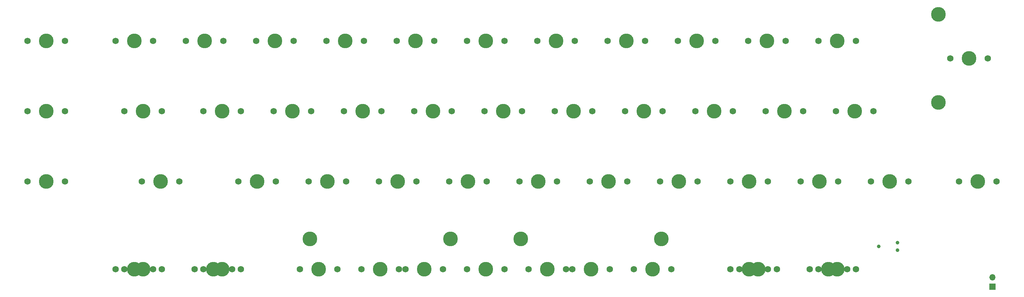
<source format=gbr>
%TF.GenerationSoftware,KiCad,Pcbnew,8.0.5*%
%TF.CreationDate,2024-11-01T20:21:53+01:00*%
%TF.ProjectId,eurovISOn,6575726f-7649-4534-9f6e-2e6b69636164,rev?*%
%TF.SameCoordinates,Original*%
%TF.FileFunction,Soldermask,Top*%
%TF.FilePolarity,Negative*%
%FSLAX46Y46*%
G04 Gerber Fmt 4.6, Leading zero omitted, Abs format (unit mm)*
G04 Created by KiCad (PCBNEW 8.0.5) date 2024-11-01 20:21:53*
%MOMM*%
%LPD*%
G01*
G04 APERTURE LIST*
%ADD10C,1.750000*%
%ADD11C,3.987800*%
%ADD12C,0.990600*%
%ADD13R,1.700000X1.700000*%
%ADD14O,1.700000X1.700000*%
G04 APERTURE END LIST*
D10*
%TO.C,MX49*%
X107632500Y-93662500D03*
D11*
X112712500Y-93662500D03*
D10*
X117792500Y-93662500D03*
%TD*%
%TO.C,MX3*%
X60007500Y-31750000D03*
D11*
X65087500Y-31750000D03*
D10*
X70167500Y-31750000D03*
%TD*%
%TO.C,MX18*%
X102870000Y-50800000D03*
D11*
X107950000Y-50800000D03*
D10*
X113030000Y-50800000D03*
%TD*%
%TO.C,MX43*%
X152876250Y-93662500D03*
D11*
X157956250Y-93662500D03*
D10*
X163036250Y-93662500D03*
%TD*%
%TO.C,MX12*%
X231457500Y-31750000D03*
D11*
X236537500Y-31750000D03*
D10*
X241617500Y-31750000D03*
%TD*%
%TO.C,MX33*%
X169545000Y-69850000D03*
D11*
X174625000Y-69850000D03*
D10*
X179705000Y-69850000D03*
%TD*%
%TO.C,MX4*%
X79057500Y-31750000D03*
D11*
X84137500Y-31750000D03*
D10*
X89217500Y-31750000D03*
%TD*%
%TO.C,MX51*%
X207645000Y-93662500D03*
D11*
X212725000Y-93662500D03*
D10*
X217805000Y-93662500D03*
%TD*%
%TO.C,MX24*%
X217170000Y-50800000D03*
D11*
X222250000Y-50800000D03*
D10*
X227330000Y-50800000D03*
%TD*%
%TO.C,MX13*%
X267176250Y-36512500D03*
D11*
X272256250Y-36512500D03*
D10*
X277336250Y-36512500D03*
%TD*%
D11*
%TO.C,S1*%
X264001250Y-24606250D03*
X264001250Y-48418750D03*
%TD*%
D10*
%TO.C,MX48*%
X62388750Y-93662500D03*
D11*
X67468750Y-93662500D03*
D10*
X72548750Y-93662500D03*
%TD*%
%TO.C,MX27*%
X48101250Y-69850000D03*
D11*
X53181250Y-69850000D03*
D10*
X58261250Y-69850000D03*
%TD*%
%TO.C,MX38*%
X269557500Y-69850000D03*
D11*
X274637500Y-69850000D03*
D10*
X279717500Y-69850000D03*
%TD*%
%TO.C,MX34*%
X188595000Y-69850000D03*
D11*
X193675000Y-69850000D03*
D10*
X198755000Y-69850000D03*
%TD*%
%TO.C,MX14*%
X17145000Y-50800000D03*
D11*
X22225000Y-50800000D03*
D10*
X27305000Y-50800000D03*
%TD*%
%TO.C,MX2*%
X40957500Y-31750000D03*
D11*
X46037500Y-31750000D03*
D10*
X51117500Y-31750000D03*
%TD*%
%TO.C,MX52*%
X229076250Y-93662500D03*
D11*
X234156250Y-93662500D03*
D10*
X239236250Y-93662500D03*
%TD*%
D11*
%TO.C,S3*%
X188912500Y-85407500D03*
X150812500Y-85407500D03*
%TD*%
D10*
%TO.C,MX53*%
X164782500Y-93662500D03*
D11*
X169862500Y-93662500D03*
D10*
X174942500Y-93662500D03*
%TD*%
%TO.C,MX23*%
X198120000Y-50800000D03*
D11*
X203200000Y-50800000D03*
D10*
X208280000Y-50800000D03*
%TD*%
%TO.C,MX47*%
X40957500Y-93662500D03*
D11*
X46037500Y-93662500D03*
D10*
X51117500Y-93662500D03*
%TD*%
%TO.C,MX31*%
X131445000Y-69850000D03*
D11*
X136525000Y-69850000D03*
D10*
X141605000Y-69850000D03*
%TD*%
%TO.C,MX11*%
X212407500Y-31750000D03*
D11*
X217487500Y-31750000D03*
D10*
X222567500Y-31750000D03*
%TD*%
%TO.C,MX40*%
X64770000Y-93662500D03*
D11*
X69850000Y-93662500D03*
D10*
X74930000Y-93662500D03*
%TD*%
%TO.C,MX42*%
X119538750Y-93662500D03*
D11*
X124618750Y-93662500D03*
D10*
X129698750Y-93662500D03*
%TD*%
%TO.C,MX50*%
X136207500Y-93662500D03*
D11*
X141287500Y-93662500D03*
D10*
X146367500Y-93662500D03*
%TD*%
%TO.C,MX5*%
X98107500Y-31750000D03*
D11*
X103187500Y-31750000D03*
D10*
X108267500Y-31750000D03*
%TD*%
%TO.C,MX17*%
X83820000Y-50800000D03*
D11*
X88900000Y-50800000D03*
D10*
X93980000Y-50800000D03*
%TD*%
%TO.C,MX9*%
X174307500Y-31750000D03*
D11*
X179387500Y-31750000D03*
D10*
X184467500Y-31750000D03*
%TD*%
%TO.C,MX16*%
X64770000Y-50800000D03*
D11*
X69850000Y-50800000D03*
D10*
X74930000Y-50800000D03*
%TD*%
%TO.C,MX37*%
X245745000Y-69850000D03*
D11*
X250825000Y-69850000D03*
D10*
X255905000Y-69850000D03*
%TD*%
%TO.C,MX25*%
X236220000Y-50800000D03*
D11*
X241300000Y-50800000D03*
D10*
X246380000Y-50800000D03*
%TD*%
D11*
%TO.C,S2*%
X131762500Y-85407500D03*
X93662500Y-85407500D03*
%TD*%
D10*
%TO.C,MX28*%
X74295000Y-69850000D03*
D11*
X79375000Y-69850000D03*
D10*
X84455000Y-69850000D03*
%TD*%
%TO.C,MX39*%
X43338750Y-93662500D03*
D11*
X48418750Y-93662500D03*
D10*
X53498750Y-93662500D03*
%TD*%
%TO.C,MX26*%
X17145000Y-69850000D03*
D11*
X22225000Y-69850000D03*
D10*
X27305000Y-69850000D03*
%TD*%
D11*
%TO.C,S4*%
X188912500Y-85407500D03*
X93662500Y-85407500D03*
%TD*%
D10*
%TO.C,MX22*%
X179070000Y-50800000D03*
D11*
X184150000Y-50800000D03*
D10*
X189230000Y-50800000D03*
%TD*%
%TO.C,MX36*%
X226695000Y-69850000D03*
D11*
X231775000Y-69850000D03*
D10*
X236855000Y-69850000D03*
%TD*%
%TO.C,MX8*%
X155257500Y-31750000D03*
D11*
X160337500Y-31750000D03*
D10*
X165417500Y-31750000D03*
%TD*%
%TO.C,MX10*%
X193357500Y-31750000D03*
D11*
X198437500Y-31750000D03*
D10*
X203517500Y-31750000D03*
%TD*%
%TO.C,MX44*%
X181451250Y-93662500D03*
D11*
X186531250Y-93662500D03*
D10*
X191611250Y-93662500D03*
%TD*%
%TO.C,MX32*%
X150495000Y-69850000D03*
D11*
X155575000Y-69850000D03*
D10*
X160655000Y-69850000D03*
%TD*%
%TO.C,MX45*%
X210026250Y-93662500D03*
D11*
X215106250Y-93662500D03*
D10*
X220186250Y-93662500D03*
%TD*%
%TO.C,MX41*%
X90963750Y-93662500D03*
D11*
X96043750Y-93662500D03*
D10*
X101123750Y-93662500D03*
%TD*%
%TO.C,MX46*%
X231457500Y-93662500D03*
D11*
X236537500Y-93662500D03*
D10*
X241617500Y-93662500D03*
%TD*%
%TO.C,MX35*%
X207645000Y-69850000D03*
D11*
X212725000Y-69850000D03*
D10*
X217805000Y-69850000D03*
%TD*%
%TO.C,MX21*%
X160020000Y-50800000D03*
D11*
X165100000Y-50800000D03*
D10*
X170180000Y-50800000D03*
%TD*%
%TO.C,MX20*%
X140970000Y-50800000D03*
D11*
X146050000Y-50800000D03*
D10*
X151130000Y-50800000D03*
%TD*%
%TO.C,MX15*%
X43338750Y-50800000D03*
D11*
X48418750Y-50800000D03*
D10*
X53498750Y-50800000D03*
%TD*%
%TO.C,MX29*%
X93345000Y-69850000D03*
D11*
X98425000Y-69850000D03*
D10*
X103505000Y-69850000D03*
%TD*%
%TO.C,MX30*%
X112395000Y-69850000D03*
D11*
X117475000Y-69850000D03*
D10*
X122555000Y-69850000D03*
%TD*%
%TO.C,MX1*%
X17145000Y-31750000D03*
D11*
X22225000Y-31750000D03*
D10*
X27305000Y-31750000D03*
%TD*%
%TO.C,MX19*%
X121920000Y-50800000D03*
D11*
X127000000Y-50800000D03*
D10*
X132080000Y-50800000D03*
%TD*%
%TO.C,MX6*%
X117157500Y-31750000D03*
D11*
X122237500Y-31750000D03*
D10*
X127317500Y-31750000D03*
%TD*%
%TO.C,MX7*%
X136207500Y-31750000D03*
D11*
X141287500Y-31750000D03*
D10*
X146367500Y-31750000D03*
%TD*%
D12*
%TO.C,J5*%
X247808750Y-87471250D03*
X252888750Y-86455250D03*
X252888750Y-88487250D03*
%TD*%
D13*
%TO.C,SW2*%
X278606250Y-98425000D03*
D14*
X278606250Y-95885000D03*
%TD*%
M02*

</source>
